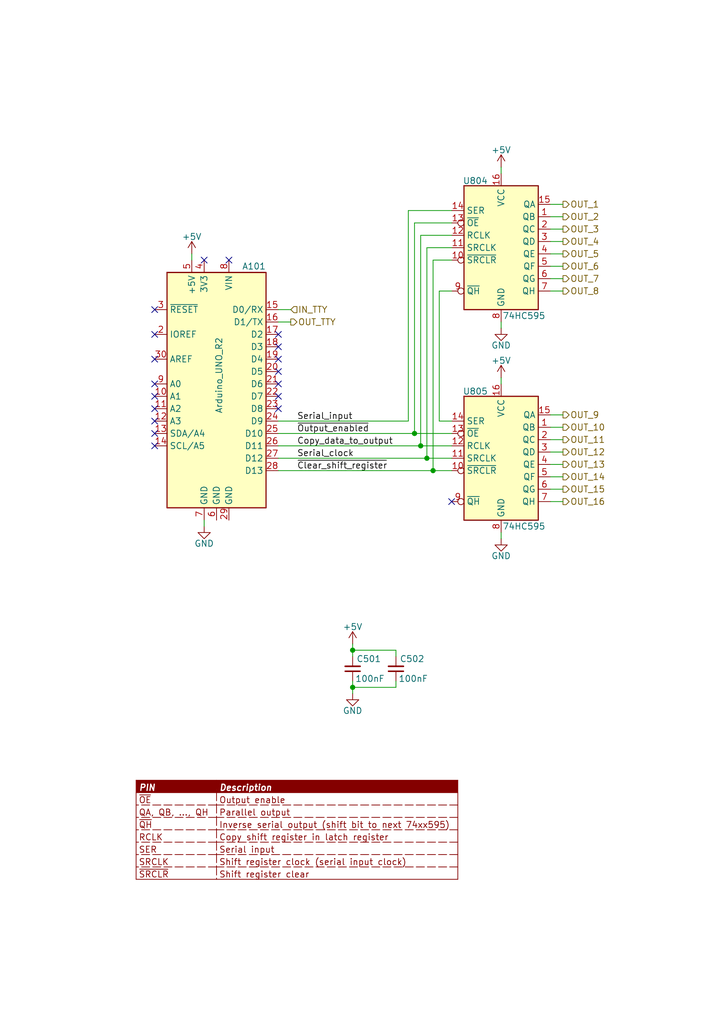
<source format=kicad_sch>
(kicad_sch (version 20250114) (generator "eeschema") (generator_version "9.0")
  (paper "A5" portrait)
  (title_block (title "Cascaded 74xx595 - Proof of concept") (date "2025-08-31") (rev "1.0.&lpha") (comment 1 "Copyright (c) 2025 by Filip Pynckels & Robin Pynckels"))
  (lib_symbols
    (symbol "74HCxx:74HC595"
      (property "Reference" "U" (at -7.112 13.97 0))
      (property "Value" "74HC595" (at 4.572 -13.97 0))
      (symbol "74HC595_1_0"
        (pin input line (at -10.16 7.62 0) (length 2.54) (name "SER") (number "14"))
        (pin input inverted (at -10.16 5.08 0) (length 2.54) (name "~{OE}") (number "13"))
        (pin input line (at -10.16 2.54 0) (length 2.54) (name "RCLK") (number "12"))
        (pin input line (at -10.16 0 0) (length 2.54) (name "SRCLK") (number "11"))
        (pin input inverted (at -10.16 -2.54 0) (length 2.54) (name "~{SRCLR}") (number "10"))
        (pin output inverted (at -10.16 -8.89 0) (length 2.54) (name "~{QH}") (number "9"))
        (pin power_in line (at 0 15.24 270) (length 2.54) (name "VCC") (number "16"))
        (pin power_in line (at 0 -15.24 90) (length 2.54) (name "GND") (number "8"))
        (pin output line (at 10.16 8.89 180) (length 2.54) (name "QA") (number "15"))
        (pin output line (at 10.16 6.35 180) (length 2.54) (name "QB") (number "1"))
        (pin output line (at 10.16 3.81 180) (length 2.54) (name "QC") (number "2"))
        (pin output line (at 10.16 1.27 180) (length 2.54) (name "QD") (number "3"))
        (pin output line (at 10.16 -1.27 180) (length 2.54) (name "QE") (number "4"))
        (pin output line (at 10.16 -3.81 180) (length 2.54) (name "QF") (number "5"))
        (pin output line (at 10.16 -6.35 180) (length 2.54) (name "QG") (number "6"))
        (pin output line (at 10.16 -8.89 180) (length 2.54) (name "QH") (number "7"))
      )
      (symbol "74HC595_1_1"
        (rectangle (start -7.62 12.7) (end 7.62 -12.7) (stroke (width 0.254)) (fill (type background)))
      )
    )
    (symbol "Device:C_Small" (pin_numbers (hide yes)) (pin_names (offset 0.254) (hide yes))
      (property "Reference" "C" (at 0.254 1.778 0))
      (property "Value" "C_Small" (at 0.254 -2.032 0))
      (symbol "C_Small_0_1"
        (polyline (pts (xy -1.524 0.508) (xy 1.524 0.508)) (stroke (width 0.3048)))
        (polyline (pts (xy -1.524 -0.508) (xy 1.524 -0.508)) (stroke (width 0.3302)))
      )
      (symbol "C_Small_1_1"
        (pin passive line (at 0 2.54 270) (length 2.032) (name "~") (number "1"))
        (pin passive line (at 0 -2.54 90) (length 2.032) (name "~") (number "2"))
      )
    )
    (symbol "MCU_Module:Arduino_UNO_R2"
      (property "Reference" "A" (at -10.16 23.495 0))
      (property "Value" "Arduino_UNO_R2" (at 5.08 -26.67 0))
      (symbol "Arduino_UNO_R2_0_1"
        (rectangle (start -10.16 22.86) (end 10.16 -25.4) (stroke (width 0.254)) (fill (type background)))
      )
      (symbol "Arduino_UNO_R2_1_1"
        (pin bidirectional line (at -12.7 15.24 0) (length 2.54) (name "D0/RX") (number "15"))
        (pin bidirectional line (at -12.7 12.7 0) (length 2.54) (name "D1/TX") (number "16"))
        (pin bidirectional line (at -12.7 10.16 0) (length 2.54) (name "D2") (number "17"))
        (pin bidirectional line (at -12.7 7.62 0) (length 2.54) (name "D3") (number "18"))
        (pin bidirectional line (at -12.7 5.08 0) (length 2.54) (name "D4") (number "19"))
        (pin bidirectional line (at -12.7 2.54 0) (length 2.54) (name "D5") (number "20"))
        (pin bidirectional line (at -12.7 0 0) (length 2.54) (name "D6") (number "21"))
        (pin bidirectional line (at -12.7 -2.54 0) (length 2.54) (name "D7") (number "22"))
        (pin bidirectional line (at -12.7 -5.08 0) (length 2.54) (name "D8") (number "23"))
        (pin bidirectional line (at -12.7 -7.62 0) (length 2.54) (name "D9") (number "24"))
        (pin bidirectional line (at -12.7 -10.16 0) (length 2.54) (name "D10") (number "25"))
        (pin bidirectional line (at -12.7 -12.7 0) (length 2.54) (name "D11") (number "26"))
        (pin bidirectional line (at -12.7 -15.24 0) (length 2.54) (name "D12") (number "27"))
        (pin bidirectional line (at -12.7 -17.78 0) (length 2.54) (name "D13") (number "28"))
        (pin no_connect line (at -10.16 -20.32 0) (length 2.54) (hide yes) (name "NC") (number "1"))
        (pin power_in line (at -2.54 25.4 270) (length 2.54) (name "VIN") (number "8"))
        (pin power_in line (at -2.54 -27.94 90) (length 2.54) (name "GND") (number "29"))
        (pin power_in line (at 0 -27.94 90) (length 2.54) (name "GND") (number "6"))
        (pin power_out line (at 2.54 25.4 270) (length 2.54) (name "3V3") (number "4"))
        (pin power_in line (at 2.54 -27.94 90) (length 2.54) (name "GND") (number "7"))
        (pin power_out line (at 5.08 25.4 270) (length 2.54) (name "+5V") (number "5"))
        (pin input line (at 12.7 15.24 180) (length 2.54) (name "~{RESET}") (number "3"))
        (pin output line (at 12.7 10.16 180) (length 2.54) (name "IOREF") (number "2"))
        (pin input line (at 12.7 5.08 180) (length 2.54) (name "AREF") (number "30"))
        (pin bidirectional line (at 12.7 0 180) (length 2.54) (name "A0") (number "9"))
        (pin bidirectional line (at 12.7 -2.54 180) (length 2.54) (name "A1") (number "10"))
        (pin bidirectional line (at 12.7 -5.08 180) (length 2.54) (name "A2") (number "11"))
        (pin bidirectional line (at 12.7 -7.62 180) (length 2.54) (name "A3") (number "12"))
        (pin bidirectional line (at 12.7 -10.16 180) (length 2.54) (name "SDA/A4") (number "13"))
        (pin bidirectional line (at 12.7 -12.7 180) (length 2.54) (name "SCL/A5") (number "14"))
      )
    )
    (symbol "power:+5V" (power) (pin_numbers (hide yes)) (pin_names (offset 0) (hide yes))
      (property "Value" "+5V" (at 0 3.556 0))
      (symbol "+5V_0_1"
        (polyline (pts (xy -0.762 1.27) (xy 0 2.54)))
        (polyline (pts (xy 0 2.54) (xy 0.762 1.27)))
        (polyline (pts (xy 0 0) (xy 0 2.54)))
      )
      (symbol "+5V_1_1"
        (pin power_in line (at 0 0 90) (length 0) (name "~") (number "1"))
      )
    )
    (symbol "power:GND" (power) (pin_numbers (hide yes)) (pin_names (offset 0) (hide yes))
      (property "Value" "GND" (at 0 -3.81 0))
      (symbol "GND_0_1"
        (polyline (pts (xy 0 0) (xy 0 -1.27) (xy 1.27 -1.27) (xy 0 -2.54) (xy -1.27 -1.27) (xy 0 -1.27)))
      )
      (symbol "GND_1_1"
        (pin power_in line (at 0 0 270) (length 0) (name "~") (number "1"))
      )
    )
  )
  (junction (at 86.36 91.44))
  (junction (at 85.09 88.9))
  (junction (at 72.39 133.35))
  (junction (at 87.63 93.98))
  (junction (at 88.9 96.52))
  (junction (at 72.39 140.97))
  (no_connect (at 31.75 81.28))
  (no_connect (at 31.75 88.9))
  (no_connect (at 57.15 71.12))
  (no_connect (at 31.75 83.82))
  (no_connect (at 31.75 73.66))
  (no_connect (at 92.71 102.87))
  (no_connect (at 46.99 53.34))
  (no_connect (at 57.15 68.58))
  (no_connect (at 57.15 73.66))
  (no_connect (at 31.75 78.74))
  (no_connect (at 57.15 83.82))
  (no_connect (at 57.15 81.28))
  (no_connect (at 57.15 76.2))
  (no_connect (at 57.15 78.74))
  (no_connect (at 41.91 53.34))
  (no_connect (at 31.75 63.5))
  (no_connect (at 31.75 68.58))
  (no_connect (at 31.75 91.44))
  (no_connect (at 31.75 86.36))
  (wire (pts (xy 83.82 43.18) (xy 83.82 86.36)))
  (wire (pts (xy 57.15 66.04) (xy 59.69 66.04)))
  (wire (pts (xy 72.39 140.97) (xy 72.39 142.24)))
  (wire (pts (xy 85.09 45.72) (xy 92.71 45.72)))
  (wire (pts (xy 113.03 46.99) (xy 115.57 46.99)))
  (wire (pts (xy 113.03 97.79) (xy 115.57 97.79)))
  (wire (pts (xy 113.03 87.63) (xy 115.57 87.63)))
  (wire (pts (xy 57.15 63.5) (xy 59.69 63.5)))
  (wire (pts (xy 113.03 59.69) (xy 115.57 59.69)))
  (wire (pts (xy 81.28 133.35) (xy 81.28 134.62)))
  (wire (pts (xy 102.87 77.47) (xy 102.87 78.74)))
  (wire (pts (xy 113.03 92.71) (xy 115.57 92.71)))
  (wire (pts (xy 102.87 109.22) (xy 102.87 110.49)))
  (wire (pts (xy 88.9 53.34) (xy 92.71 53.34)))
  (wire (pts (xy 72.39 132.08) (xy 72.39 133.35)))
  (wire (pts (xy 113.03 90.17) (xy 115.57 90.17)))
  (wire (pts (xy 113.03 95.25) (xy 115.57 95.25)))
  (wire (pts (xy 92.71 59.69) (xy 90.17 59.69)))
  (wire (pts (xy 81.28 139.7) (xy 81.28 140.97)))
  (wire (pts (xy 87.63 93.98) (xy 92.71 93.98)))
  (wire (pts (xy 85.09 88.9) (xy 92.71 88.9)))
  (wire (pts (xy 87.63 93.98) (xy 87.63 50.8)))
  (wire (pts (xy 113.03 54.61) (xy 115.57 54.61)))
  (wire (pts (xy 90.17 86.36) (xy 92.71 86.36)))
  (wire (pts (xy 88.9 96.52) (xy 92.71 96.52)))
  (wire (pts (xy 102.87 34.29) (xy 102.87 35.56)))
  (wire (pts (xy 72.39 133.35) (xy 72.39 134.62)))
  (wire (pts (xy 39.37 52.07) (xy 39.37 53.34)))
  (wire (pts (xy 113.03 49.53) (xy 115.57 49.53)))
  (wire (pts (xy 113.03 100.33) (xy 115.57 100.33)))
  (wire (pts (xy 113.03 52.07) (xy 115.57 52.07)))
  (wire (pts (xy 102.87 66.04) (xy 102.87 67.31)))
  (wire (pts (xy 113.03 44.45) (xy 115.57 44.45)))
  (wire (pts (xy 57.15 88.9) (xy 85.09 88.9)))
  (wire (pts (xy 90.17 59.69) (xy 90.17 86.36)))
  (wire (pts (xy 113.03 102.87) (xy 115.57 102.87)))
  (wire (pts (xy 57.15 93.98) (xy 87.63 93.98)))
  (wire (pts (xy 86.36 48.26) (xy 92.71 48.26)))
  (wire (pts (xy 57.15 96.52) (xy 88.9 96.52)))
  (wire (pts (xy 57.15 91.44) (xy 86.36 91.44)))
  (wire (pts (xy 83.82 86.36) (xy 57.15 86.36)))
  (wire (pts (xy 86.36 91.44) (xy 92.71 91.44)))
  (wire (pts (xy 86.36 48.26) (xy 86.36 91.44)))
  (wire (pts (xy 81.28 140.97) (xy 72.39 140.97)))
  (wire (pts (xy 88.9 53.34) (xy 88.9 96.52)))
  (wire (pts (xy 72.39 139.7) (xy 72.39 140.97)))
  (wire (pts (xy 113.03 57.15) (xy 115.57 57.15)))
  (wire (pts (xy 113.03 41.91) (xy 115.57 41.91)))
  (wire (pts (xy 113.03 85.09) (xy 115.57 85.09)))
  (wire (pts (xy 87.63 50.8) (xy 92.71 50.8)))
  (wire (pts (xy 81.28 133.35) (xy 72.39 133.35)))
  (wire (pts (xy 83.82 43.18) (xy 92.71 43.18)))
  (wire (pts (xy 41.91 106.68) (xy 41.91 107.95)))
  (wire (pts (xy 85.09 88.9) (xy 85.09 45.72)))
  (table (column_count 2) (border (external yes) (header yes) (stroke (width 0) (color 132 0 0 1))) (separators (rows yes) (cols yes) (stroke (width 0) (type dash) (color 132 0 0 1))) (column_widths 16.51 49.53) (row_heights 2.54 2.54 2.54 2.54 2.54 2.54 2.54 2.54) (cells (table_cell "PIN" (at 27.94 160.02 0) (size 16.51 2.54) (margins 0.508 0.762 0 0) (span 1 1) (fill (type color) (color 132 0 0 1))) (table_cell "Description" (at 44.45 160.02 0) (size 49.53 2.54) (margins 0.508 0.762 0 0) (span 1 1) (fill (type color) (color 132 0 0 1))) (table_cell "~{OE}" (at 27.94 162.56 0) (size 16.51 2.54) (margins 0.508 0.762 0 0) (span 1 1)) (table_cell "Output enable" (at 44.45 162.56 0) (size 49.53 2.54) (margins 0.508 0.762 0 0) (span 1 1)) (table_cell "QA, QB, ..., QH" (at 27.94 165.1 0) (size 16.51 2.54) (margins 0.508 0.762 0 0) (span 1 1)) (table_cell "Parallel output" (at 44.45 165.1 0) (size 49.53 2.54) (margins 0.508 0.762 0 0) (span 1 1)) (table_cell "~{QH}" (at 27.94 167.64 0) (size 16.51 2.54) (margins 0.508 0.762 0 0) (span 1 1)) (table_cell "Inverse serial output (shift bit to next 74xx595)" (at 44.45 167.64 0) (size 49.53 2.54) (margins 0.508 0.762 0 0) (span 1 1)) (table_cell "RCLK" (at 27.94 170.18 0) (size 16.51 2.54) (margins 0.508 0.762 0 0) (span 1 1)) (table_cell "Copy shift register in latch register" (at 44.45 170.18 0) (size 49.53 2.54) (margins 0.508 0.762 0 0) (span 1 1)) (table_cell "SER" (at 27.94 172.72 0) (size 16.51 2.54) (margins 0.508 0.762 0 0) (span 1 1)) (table_cell "Serial input" (at 44.45 172.72 0) (size 49.53 2.54) (margins 0.508 0.762 0 0) (span 1 1)) (table_cell "SRCLK" (at 27.94 175.26 0) (size 16.51 2.54) (margins 0.508 0.762 0 0) (span 1 1)) (table_cell "Shift register clock (serial input clock)" (at 44.45 175.26 0) (size 49.53 2.54) (margins 0.508 0.762 0 0) (span 1 1)) (table_cell "~{SRCLR}" (at 27.94 177.8 0) (size 16.51 2.54) (margins 0.508 0.762 0 0) (span 1 1)) (table_cell "Shift register clear" (at 44.45 177.8 0) (size 49.53 2.54) (margins 0.508 0.762 0 0) (span 1 1))))
  (label "Serial_input" (at 60.96 86.36 0))
  (label "~{Output_enabled}" (at 60.96 88.9 0))
  (label "~{Clear_shift_register}" (at 60.96 96.52 0))
  (label "Copy_data_to_output" (at 60.96 91.44 0))
  (label "Serial_clock" (at 60.96 93.98 0))
  (hierarchical_label "OUT_11" (shape output) (at 115.57 90.17 0))
  (hierarchical_label "OUT_7" (shape output) (at 115.57 57.15 0))
  (hierarchical_label "OUT_10" (shape output) (at 115.57 87.63 0))
  (hierarchical_label "OUT_16" (shape output) (at 115.57 102.87 0))
  (hierarchical_label "OUT_13" (shape output) (at 115.57 95.25 0))
  (hierarchical_label "IN_TTY" (shape input) (at 59.69 63.5 0))
  (hierarchical_label "OUT_9" (shape output) (at 115.57 85.09 0))
  (hierarchical_label "OUT_6" (shape output) (at 115.57 54.61 0))
  (hierarchical_label "OUT_2" (shape output) (at 115.57 44.45 0))
  (hierarchical_label "OUT_12" (shape output) (at 115.57 92.71 0))
  (hierarchical_label "OUT_5" (shape output) (at 115.57 52.07 0))
  (hierarchical_label "OUT_15" (shape output) (at 115.57 100.33 0))
  (hierarchical_label "OUT_TTY" (shape output) (at 59.69 66.04 0))
  (hierarchical_label "OUT_14" (shape output) (at 115.57 97.79 0))
  (hierarchical_label "OUT_8" (shape output) (at 115.57 59.69 0))
  (hierarchical_label "OUT_1" (shape output) (at 115.57 41.91 0))
  (hierarchical_label "OUT_4" (shape output) (at 115.57 49.53 0))
  (hierarchical_label "OUT_3" (shape output) (at 115.57 46.99 0))
  (symbol (lib_id "power:GND") (at 72.39 142.24 0) (mirror y) (unit 1)
    (property "Reference" "#PWR0512" (effects (hide yes)))
    (property "Value" "GND" (at 72.39 145.034 0) (effects (justify top)))
    (property "Description" "Power symbol creates a global label with name \"GND\" , ground" (effects (hide yes)))
  )
  (symbol (lib_id "power:GND") (at 102.87 67.31 0) (mirror y) (unit 1)
    (property "Reference" "#PWR0808" (effects (hide yes)))
    (property "Value" "GND" (at 102.87 70.104 0) (effects (justify top)))
    (property "Description" "Power symbol creates a global label with name \"GND\" , ground" (effects (hide yes)))
  )
  (symbol (lib_id "power:+5V") (at 72.39 132.08 0) (mirror y) (unit 1)
    (property "Reference" "#PWR0511" (effects (hide yes)))
    (property "Value" "+5V" (at 72.39 129.286 0) (effects (justify bottom)))
    (property "Description" "Power symbol creates a global label with name \"+5V\"" (effects (hide yes)))
  )
  (symbol (lib_id "MCU_Module:Arduino_UNO_R2") (at 44.45 78.74 0) (mirror y) (unit 1)
    (property "Reference" "A101" (at 54.61 54.61 0) (effects (justify left)))
    (property "Value" "Arduino_UNO_R2" (at 44.958 84.836 90) (effects (justify left)))
    (property "Footprint" "Module:Arduino_UNO_R2" (effects (hide yes)))
    (property "Datasheet" "https://www.arduino.cc/en/Main/arduinoBoardUno" (effects (hide yes)))
    (property "Description" "Arduino UNO Microcontroller Module, release 2" (effects (hide yes)))
  )
  (symbol (lib_id "74HCxx:74HC595") (at 102.87 50.8 0) (unit 1)
    (property "Reference" "U804" (at 94.996 37.084 0) (effects (justify left)))
    (property "Value" "74HC595" (at 103.124 64.77 0) (effects (justify left)))
    (property "Footprint" "Package_DIP:DIP-16_W7.62mm" (effects (hide yes)))
    (property "Datasheet" "http://www.ti.com/lit/ds/symlink/sn74hc595.pdf" (effects (hide yes)))
    (property "Description" "8-bit serial in / parallel out Shift Register 3-State Outputs" (effects (hide yes)))
  )
  (symbol (lib_id "power:+5V") (at 102.87 34.29 0) (mirror y) (unit 1)
    (property "Reference" "#PWR0807" (effects (hide yes)))
    (property "Value" "+5V" (at 102.87 31.496 0) (effects (justify bottom)))
    (property "Description" "Power symbol creates a global label with name \"+5V\"" (effects (hide yes)))
  )
  (symbol (lib_id "power:+5V") (at 39.37 52.07 0) (mirror y) (unit 1)
    (property "Reference" "#PWR0101" (effects (hide yes)))
    (property "Value" "+5V" (at 39.37 49.276 0) (effects (justify bottom)))
    (property "Description" "Power symbol creates a global label with name \"+5V\"" (effects (hide yes)))
  )
  (symbol (lib_id "Device:C_Small") (at 72.39 137.16 180) (unit 1)
    (property "Reference" "C501" (at 73.152 135.128 0) (effects (justify right)))
    (property "Value" "100nF" (at 72.898 139.192 0) (effects (justify right)))
    (property "Footprint" "Capacitor_THT:C_Disc_D5.0mm_W2.5mm_P5.00mm" (effects (hide yes)))
    (property "Description" "Unpolarized capacitor, small symbol" (effects (hide yes)))
  )
  (symbol (lib_id "power:+5V") (at 102.87 77.47 0) (mirror y) (unit 1)
    (property "Reference" "#PWR0809" (effects (hide yes)))
    (property "Value" "+5V" (at 102.87 74.676 0) (effects (justify bottom)))
    (property "Description" "Power symbol creates a global label with name \"+5V\"" (effects (hide yes)))
  )
  (symbol (lib_id "power:GND") (at 102.87 110.49 0) (mirror y) (unit 1)
    (property "Reference" "#PWR0810" (effects (hide yes)))
    (property "Value" "GND" (at 102.87 113.284 0) (effects (justify top)))
    (property "Description" "Power symbol creates a global label with name \"GND\" , ground" (effects (hide yes)))
  )
  (symbol (lib_id "power:GND") (at 41.91 107.95 0) (mirror y) (unit 1)
    (property "Reference" "#PWR0102" (effects (hide yes)))
    (property "Value" "GND" (at 41.91 110.744 0) (effects (justify top)))
    (property "Description" "Power symbol creates a global label with name \"GND\" , ground" (effects (hide yes)))
  )
  (symbol (lib_id "Device:C_Small") (at 81.28 137.16 180) (unit 1)
    (property "Reference" "C502" (at 82.042 135.128 0) (effects (justify right)))
    (property "Value" "100nF" (at 81.788 139.192 0) (effects (justify right)))
    (property "Footprint" "Capacitor_THT:C_Disc_D5.0mm_W2.5mm_P5.00mm" (effects (hide yes)))
    (property "Description" "Unpolarized capacitor, small symbol" (effects (hide yes)))
  )
  (symbol (lib_id "74HCxx:74HC595") (at 102.87 93.98 0) (unit 1)
    (property "Reference" "U805" (at 94.996 80.264 0) (effects (justify left)))
    (property "Value" "74HC595" (at 103.124 107.95 0) (effects (justify left)))
    (property "Footprint" "Package_DIP:DIP-16_W7.62mm" (effects (hide yes)))
    (property "Datasheet" "http://www.ti.com/lit/ds/symlink/sn74hc595.pdf" (effects (hide yes)))
    (property "Description" "8-bit serial in / parallel out Shift Register 3-State Outputs" (effects (hide yes)))
  )
)
</source>
